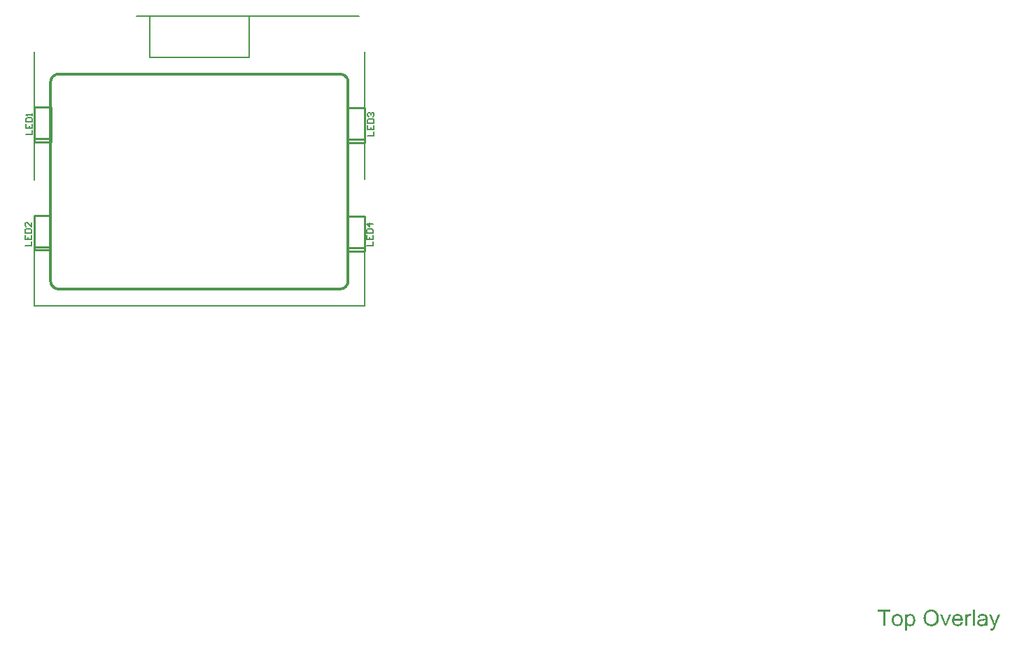
<source format=gto>
%FSLAX25Y25*%
%MOIN*%
G70*
G01*
G75*
%ADD10R,0.05906X0.05118*%
%ADD11R,0.03000X0.13386*%
%ADD12C,0.01200*%
%ADD13C,0.02500*%
%ADD14C,0.05000*%
%ADD15C,0.17716*%
%ADD16C,0.08661*%
%ADD17C,0.05906*%
%ADD18C,0.10000*%
%ADD19C,0.07874*%
%ADD20C,0.07000*%
%ADD21R,0.07000X0.07000*%
%ADD22C,0.07874*%
%ADD23R,0.05906X0.05906*%
%ADD24R,0.07000X0.07000*%
%ADD25C,0.04724*%
%ADD26C,0.06000*%
%ADD27C,0.03150*%
%ADD28C,0.03937*%
%ADD29R,0.03937X0.11811*%
%ADD30R,0.02756X0.03937*%
%ADD31R,0.03600X0.03600*%
%ADD32R,0.05000X0.03600*%
%ADD33R,0.02362X0.03543*%
%ADD34R,0.03543X0.02362*%
%ADD35R,0.03937X0.04331*%
%ADD36R,0.09843X0.07087*%
%ADD37R,0.07087X0.09843*%
%ADD38R,0.06299X0.13780*%
%ADD39R,0.13780X0.06299*%
%ADD40R,0.03937X0.02362*%
%ADD41O,0.08858X0.01575*%
%ADD42R,0.06890X0.04921*%
%ADD43O,0.02165X0.06890*%
%ADD44O,0.06890X0.02165*%
%ADD45R,0.07087X0.03937*%
%ADD46R,0.04331X0.03937*%
%ADD47R,0.07874X0.03150*%
%ADD48R,0.03600X0.05000*%
%ADD49R,0.03600X0.03600*%
%ADD50R,0.02559X0.04331*%
%ADD51R,0.05315X0.01575*%
%ADD52R,0.06299X0.08268*%
%ADD53R,0.07480X0.07480*%
%ADD54R,0.21654X0.08465*%
%ADD55R,0.05000X0.02500*%
%ADD56R,0.10000X0.10512*%
%ADD57C,0.02000*%
%ADD58C,0.10000*%
%ADD59R,0.46850X0.13386*%
%ADD60R,0.24410X0.18504*%
%ADD61R,0.34646X0.04724*%
%ADD62R,0.25591X0.18110*%
%ADD63R,0.20079X0.05512*%
%ADD64R,0.10236X0.26378*%
%ADD65R,0.27559X0.20472*%
%ADD66R,0.27165X0.35433*%
%ADD67R,0.08661X0.04331*%
%ADD68R,0.09449X0.02362*%
%ADD69R,0.05118X0.07087*%
%ADD70R,0.03937X0.05118*%
%ADD71R,0.03937X0.03150*%
%ADD72R,0.07874X0.15748*%
%ADD73C,0.00965*%
%ADD74C,0.01000*%
%ADD75C,0.00500*%
%ADD76C,0.00700*%
G36*
X445961Y47734D02*
X446050Y47723D01*
X446161Y47701D01*
X446284Y47679D01*
X446428Y47645D01*
X446561Y47612D01*
X446717Y47556D01*
X446861Y47501D01*
X447017Y47423D01*
X447172Y47334D01*
X447328Y47234D01*
X447472Y47112D01*
X447606Y46979D01*
X447617Y46968D01*
X447639Y46945D01*
X447672Y46901D01*
X447717Y46834D01*
X447772Y46756D01*
X447828Y46668D01*
X447894Y46556D01*
X447961Y46423D01*
X448028Y46279D01*
X448095Y46123D01*
X448150Y45945D01*
X448206Y45757D01*
X448250Y45545D01*
X448283Y45323D01*
X448306Y45090D01*
X448317Y44834D01*
Y44823D01*
Y44779D01*
Y44701D01*
X448306Y44590D01*
X444139D01*
Y44579D01*
Y44546D01*
X444150Y44501D01*
Y44434D01*
X444162Y44357D01*
X444184Y44268D01*
X444217Y44068D01*
X444284Y43845D01*
X444373Y43601D01*
X444495Y43379D01*
X444650Y43179D01*
X444662D01*
X444673Y43157D01*
X444739Y43101D01*
X444839Y43023D01*
X444973Y42946D01*
X445150Y42857D01*
X445350Y42779D01*
X445573Y42723D01*
X445695Y42712D01*
X445828Y42701D01*
X445917D01*
X446017Y42712D01*
X446139Y42735D01*
X446273Y42768D01*
X446428Y42812D01*
X446572Y42879D01*
X446717Y42968D01*
X446728Y42979D01*
X446783Y43023D01*
X446850Y43090D01*
X446928Y43179D01*
X447017Y43301D01*
X447117Y43457D01*
X447217Y43635D01*
X447306Y43845D01*
X448283Y43723D01*
Y43712D01*
X448272Y43690D01*
X448261Y43646D01*
X448239Y43579D01*
X448206Y43512D01*
X448172Y43423D01*
X448083Y43235D01*
X447972Y43023D01*
X447817Y42801D01*
X447639Y42590D01*
X447417Y42390D01*
X447406D01*
X447383Y42368D01*
X447350Y42346D01*
X447306Y42312D01*
X447239Y42279D01*
X447172Y42246D01*
X447084Y42201D01*
X446983Y42157D01*
X446872Y42112D01*
X446761Y42068D01*
X446484Y42001D01*
X446173Y41946D01*
X445828Y41923D01*
X445706D01*
X445628Y41935D01*
X445528Y41946D01*
X445406Y41968D01*
X445273Y41990D01*
X445128Y42012D01*
X444817Y42101D01*
X444650Y42168D01*
X444495Y42235D01*
X444328Y42323D01*
X444173Y42423D01*
X444028Y42535D01*
X443884Y42668D01*
X443873Y42679D01*
X443851Y42701D01*
X443817Y42746D01*
X443773Y42812D01*
X443717Y42890D01*
X443662Y42979D01*
X443595Y43090D01*
X443528Y43212D01*
X443462Y43357D01*
X443395Y43512D01*
X443339Y43690D01*
X443284Y43879D01*
X443239Y44079D01*
X443206Y44301D01*
X443184Y44534D01*
X443173Y44779D01*
Y44790D01*
Y44845D01*
Y44912D01*
X443184Y45012D01*
X443195Y45134D01*
X443206Y45268D01*
X443228Y45423D01*
X443262Y45579D01*
X443351Y45934D01*
X443406Y46112D01*
X443473Y46301D01*
X443562Y46479D01*
X443662Y46645D01*
X443773Y46812D01*
X443895Y46968D01*
X443906Y46979D01*
X443928Y47001D01*
X443973Y47034D01*
X444028Y47090D01*
X444095Y47145D01*
X444184Y47212D01*
X444284Y47290D01*
X444406Y47356D01*
X444528Y47434D01*
X444673Y47501D01*
X444828Y47567D01*
X444995Y47623D01*
X445173Y47679D01*
X445361Y47712D01*
X445561Y47734D01*
X445773Y47745D01*
X445884D01*
X445961Y47734D01*
D02*
G37*
G36*
X417264D02*
X417364Y47723D01*
X417475Y47701D01*
X417598Y47679D01*
X417742Y47656D01*
X418042Y47556D01*
X418197Y47501D01*
X418353Y47423D01*
X418509Y47345D01*
X418664Y47234D01*
X418809Y47123D01*
X418953Y46990D01*
X418964Y46979D01*
X418986Y46956D01*
X419020Y46912D01*
X419064Y46856D01*
X419120Y46779D01*
X419186Y46679D01*
X419253Y46567D01*
X419320Y46445D01*
X419386Y46312D01*
X419453Y46145D01*
X419520Y45979D01*
X419575Y45790D01*
X419620Y45590D01*
X419653Y45379D01*
X419675Y45156D01*
X419686Y44912D01*
Y44901D01*
Y44868D01*
Y44812D01*
Y44734D01*
X419675Y44646D01*
X419664Y44534D01*
Y44423D01*
X419642Y44301D01*
X419608Y44023D01*
X419542Y43746D01*
X419464Y43468D01*
X419353Y43212D01*
Y43201D01*
X419342Y43190D01*
X419320Y43157D01*
X419297Y43112D01*
X419220Y43001D01*
X419120Y42868D01*
X418986Y42712D01*
X418820Y42557D01*
X418631Y42401D01*
X418409Y42257D01*
X418398D01*
X418386Y42246D01*
X418353Y42224D01*
X418297Y42201D01*
X418242Y42179D01*
X418175Y42157D01*
X418009Y42090D01*
X417820Y42035D01*
X417586Y41979D01*
X417342Y41935D01*
X417075Y41923D01*
X416964D01*
X416875Y41935D01*
X416775Y41946D01*
X416664Y41968D01*
X416531Y41990D01*
X416398Y42012D01*
X416098Y42101D01*
X415931Y42168D01*
X415775Y42235D01*
X415620Y42323D01*
X415464Y42423D01*
X415320Y42535D01*
X415176Y42668D01*
X415165Y42679D01*
X415142Y42701D01*
X415109Y42746D01*
X415064Y42812D01*
X415009Y42890D01*
X414953Y42979D01*
X414887Y43090D01*
X414820Y43223D01*
X414753Y43368D01*
X414687Y43534D01*
X414631Y43712D01*
X414576Y43901D01*
X414531Y44112D01*
X414498Y44334D01*
X414476Y44579D01*
X414465Y44834D01*
Y44857D01*
Y44901D01*
X414476Y44979D01*
Y45090D01*
X414487Y45212D01*
X414509Y45368D01*
X414531Y45523D01*
X414576Y45701D01*
X414620Y45879D01*
X414676Y46068D01*
X414742Y46268D01*
X414831Y46456D01*
X414920Y46634D01*
X415042Y46812D01*
X415165Y46979D01*
X415320Y47123D01*
X415331Y47134D01*
X415353Y47145D01*
X415398Y47179D01*
X415453Y47223D01*
X415520Y47267D01*
X415609Y47323D01*
X415698Y47379D01*
X415809Y47434D01*
X415931Y47490D01*
X416064Y47545D01*
X416364Y47645D01*
X416709Y47723D01*
X416887Y47734D01*
X417075Y47745D01*
X417186D01*
X417264Y47734D01*
D02*
G37*
G36*
X413887Y48823D02*
X411354D01*
Y42046D01*
X410332D01*
Y48823D01*
X407798D01*
Y49734D01*
X413887D01*
Y48823D01*
D02*
G37*
G36*
X458038Y47734D02*
X458205Y47723D01*
X458393Y47701D01*
X458582Y47667D01*
X458771Y47623D01*
X458949Y47567D01*
X458971Y47556D01*
X459027Y47534D01*
X459104Y47501D01*
X459204Y47456D01*
X459316Y47390D01*
X459427Y47323D01*
X459527Y47234D01*
X459616Y47145D01*
X459627Y47134D01*
X459649Y47101D01*
X459682Y47045D01*
X459727Y46979D01*
X459782Y46879D01*
X459827Y46779D01*
X459871Y46656D01*
X459904Y46512D01*
Y46501D01*
X459915Y46468D01*
X459927Y46401D01*
X459938Y46312D01*
Y46190D01*
X459949Y46045D01*
X459960Y45856D01*
Y45645D01*
Y44379D01*
Y44368D01*
Y44323D01*
Y44257D01*
Y44168D01*
Y44068D01*
Y43946D01*
X459971Y43679D01*
Y43401D01*
X459982Y43123D01*
X459993Y43001D01*
Y42890D01*
X460004Y42790D01*
X460015Y42712D01*
Y42701D01*
X460027Y42657D01*
X460038Y42590D01*
X460071Y42501D01*
X460093Y42401D01*
X460138Y42290D01*
X460193Y42168D01*
X460249Y42046D01*
X459260D01*
X459249Y42057D01*
X459238Y42101D01*
X459216Y42157D01*
X459182Y42246D01*
X459149Y42346D01*
X459127Y42468D01*
X459104Y42601D01*
X459082Y42746D01*
X459071D01*
X459060Y42723D01*
X458993Y42668D01*
X458893Y42590D01*
X458760Y42490D01*
X458594Y42390D01*
X458427Y42279D01*
X458249Y42179D01*
X458060Y42101D01*
X458038Y42090D01*
X457971Y42079D01*
X457871Y42046D01*
X457749Y42012D01*
X457594Y41979D01*
X457416Y41957D01*
X457216Y41935D01*
X457016Y41923D01*
X456927D01*
X456860Y41935D01*
X456782D01*
X456694Y41946D01*
X456494Y41979D01*
X456272Y42035D01*
X456027Y42112D01*
X455805Y42224D01*
X455605Y42368D01*
X455583Y42390D01*
X455527Y42446D01*
X455449Y42546D01*
X455361Y42679D01*
X455272Y42846D01*
X455194Y43034D01*
X455138Y43268D01*
X455127Y43379D01*
X455116Y43512D01*
Y43534D01*
Y43579D01*
X455127Y43657D01*
X455138Y43757D01*
X455161Y43879D01*
X455194Y44001D01*
X455238Y44134D01*
X455294Y44257D01*
X455305Y44268D01*
X455327Y44312D01*
X455372Y44379D01*
X455427Y44457D01*
X455494Y44546D01*
X455583Y44634D01*
X455672Y44723D01*
X455783Y44801D01*
X455794Y44812D01*
X455838Y44834D01*
X455894Y44879D01*
X455983Y44923D01*
X456083Y44968D01*
X456205Y45023D01*
X456327Y45068D01*
X456471Y45112D01*
X456483D01*
X456527Y45123D01*
X456594Y45145D01*
X456682Y45156D01*
X456794Y45179D01*
X456938Y45201D01*
X457105Y45234D01*
X457305Y45257D01*
X457316D01*
X457360Y45268D01*
X457416D01*
X457494Y45279D01*
X457582Y45290D01*
X457693Y45312D01*
X457816Y45323D01*
X457949Y45345D01*
X458216Y45401D01*
X458505Y45456D01*
X458760Y45523D01*
X458882Y45557D01*
X458993Y45590D01*
Y45601D01*
Y45623D01*
X459004Y45690D01*
Y45768D01*
Y45812D01*
Y45834D01*
Y45845D01*
Y45856D01*
Y45923D01*
X458993Y46034D01*
X458971Y46156D01*
X458938Y46290D01*
X458882Y46423D01*
X458816Y46545D01*
X458727Y46645D01*
X458716Y46656D01*
X458660Y46701D01*
X458571Y46745D01*
X458460Y46812D01*
X458305Y46867D01*
X458127Y46923D01*
X457905Y46956D01*
X457649Y46968D01*
X457538D01*
X457427Y46956D01*
X457271Y46934D01*
X457116Y46912D01*
X456949Y46867D01*
X456794Y46812D01*
X456660Y46734D01*
X456649Y46723D01*
X456605Y46690D01*
X456549Y46634D01*
X456483Y46545D01*
X456416Y46434D01*
X456338Y46290D01*
X456272Y46112D01*
X456205Y45912D01*
X455283Y46034D01*
Y46045D01*
X455294Y46056D01*
Y46090D01*
X455305Y46134D01*
X455338Y46234D01*
X455383Y46379D01*
X455438Y46523D01*
X455505Y46679D01*
X455594Y46834D01*
X455694Y46979D01*
X455705Y46990D01*
X455749Y47034D01*
X455816Y47101D01*
X455905Y47190D01*
X456027Y47278D01*
X456172Y47367D01*
X456338Y47467D01*
X456527Y47545D01*
X456538D01*
X456549Y47556D01*
X456582Y47567D01*
X456627Y47578D01*
X456738Y47612D01*
X456894Y47645D01*
X457071Y47679D01*
X457294Y47712D01*
X457527Y47734D01*
X457794Y47745D01*
X457916D01*
X458038Y47734D01*
D02*
G37*
G36*
X453972Y42046D02*
X453027D01*
Y49734D01*
X453972D01*
Y42046D01*
D02*
G37*
G36*
X451694Y47734D02*
X451816Y47712D01*
X451961Y47667D01*
X452116Y47612D01*
X452294Y47534D01*
X452483Y47434D01*
X452139Y46567D01*
X452127Y46579D01*
X452083Y46601D01*
X452016Y46634D01*
X451928Y46668D01*
X451827Y46701D01*
X451705Y46734D01*
X451583Y46756D01*
X451461Y46768D01*
X451405D01*
X451350Y46756D01*
X451272Y46745D01*
X451194Y46723D01*
X451094Y46690D01*
X450994Y46645D01*
X450905Y46579D01*
X450894Y46567D01*
X450861Y46545D01*
X450828Y46501D01*
X450772Y46445D01*
X450716Y46367D01*
X450661Y46279D01*
X450605Y46179D01*
X450561Y46056D01*
X450550Y46034D01*
X450539Y45968D01*
X450517Y45868D01*
X450483Y45734D01*
X450450Y45568D01*
X450428Y45379D01*
X450417Y45179D01*
X450405Y44956D01*
Y42046D01*
X449461D01*
Y47623D01*
X450316D01*
Y46779D01*
X450328Y46790D01*
X450372Y46867D01*
X450428Y46968D01*
X450517Y47090D01*
X450605Y47212D01*
X450705Y47345D01*
X450805Y47456D01*
X450905Y47545D01*
X450916Y47556D01*
X450950Y47578D01*
X451016Y47612D01*
X451083Y47645D01*
X451172Y47679D01*
X451283Y47712D01*
X451394Y47734D01*
X451516Y47745D01*
X451594D01*
X451694Y47734D01*
D02*
G37*
G36*
X423441D02*
X423519Y47723D01*
X423686Y47701D01*
X423886Y47656D01*
X424097Y47590D01*
X424308Y47490D01*
X424519Y47367D01*
X424530D01*
X424541Y47345D01*
X424608Y47301D01*
X424708Y47212D01*
X424830Y47101D01*
X424964Y46956D01*
X425097Y46779D01*
X425230Y46567D01*
X425341Y46334D01*
Y46323D01*
X425352Y46301D01*
X425363Y46268D01*
X425386Y46223D01*
X425408Y46156D01*
X425430Y46079D01*
X425486Y45901D01*
X425541Y45679D01*
X425586Y45434D01*
X425619Y45156D01*
X425630Y44868D01*
Y44857D01*
Y44834D01*
Y44790D01*
Y44723D01*
X425619Y44646D01*
Y44557D01*
X425597Y44357D01*
X425552Y44112D01*
X425497Y43857D01*
X425419Y43590D01*
X425319Y43323D01*
Y43312D01*
X425308Y43290D01*
X425286Y43257D01*
X425264Y43212D01*
X425186Y43090D01*
X425086Y42935D01*
X424964Y42768D01*
X424808Y42601D01*
X424630Y42435D01*
X424419Y42279D01*
X424408D01*
X424397Y42268D01*
X424364Y42246D01*
X424319Y42224D01*
X424208Y42168D01*
X424052Y42101D01*
X423864Y42035D01*
X423664Y41979D01*
X423430Y41935D01*
X423197Y41923D01*
X423119D01*
X423030Y41935D01*
X422919Y41946D01*
X422786Y41968D01*
X422642Y42001D01*
X422497Y42046D01*
X422353Y42112D01*
X422341Y42123D01*
X422286Y42146D01*
X422219Y42190D01*
X422130Y42257D01*
X422042Y42323D01*
X421931Y42412D01*
X421831Y42512D01*
X421742Y42623D01*
Y39913D01*
X420797D01*
Y47623D01*
X421653D01*
Y46890D01*
X421664Y46912D01*
X421708Y46956D01*
X421764Y47034D01*
X421853Y47123D01*
X421953Y47234D01*
X422064Y47334D01*
X422197Y47434D01*
X422330Y47523D01*
X422353Y47534D01*
X422397Y47556D01*
X422486Y47590D01*
X422597Y47634D01*
X422730Y47679D01*
X422886Y47712D01*
X423064Y47734D01*
X423264Y47745D01*
X423386D01*
X423441Y47734D01*
D02*
G37*
G36*
X433429Y49856D02*
X433529D01*
X433629Y49845D01*
X433763Y49823D01*
X433896Y49801D01*
X434185Y49745D01*
X434518Y49656D01*
X434840Y49523D01*
X435007Y49445D01*
X435174Y49356D01*
X435185Y49345D01*
X435207Y49334D01*
X435251Y49301D01*
X435318Y49267D01*
X435385Y49212D01*
X435473Y49145D01*
X435662Y48989D01*
X435862Y48790D01*
X436085Y48545D01*
X436296Y48256D01*
X436473Y47934D01*
Y47923D01*
X436496Y47890D01*
X436518Y47845D01*
X436540Y47778D01*
X436585Y47690D01*
X436618Y47590D01*
X436662Y47467D01*
X436707Y47334D01*
X436740Y47190D01*
X436785Y47034D01*
X436829Y46856D01*
X436862Y46679D01*
X436907Y46290D01*
X436929Y45868D01*
Y45856D01*
Y45812D01*
Y45757D01*
X436918Y45668D01*
Y45568D01*
X436907Y45445D01*
X436884Y45312D01*
X436873Y45168D01*
X436818Y44845D01*
X436729Y44490D01*
X436607Y44134D01*
X436540Y43957D01*
X436451Y43779D01*
Y43768D01*
X436429Y43734D01*
X436407Y43690D01*
X436362Y43623D01*
X436318Y43546D01*
X436262Y43468D01*
X436107Y43257D01*
X435918Y43034D01*
X435696Y42801D01*
X435429Y42579D01*
X435118Y42379D01*
X435107D01*
X435085Y42357D01*
X435029Y42335D01*
X434963Y42301D01*
X434885Y42268D01*
X434796Y42235D01*
X434685Y42190D01*
X434562Y42146D01*
X434429Y42101D01*
X434285Y42057D01*
X433963Y41990D01*
X433618Y41935D01*
X433252Y41912D01*
X433140D01*
X433074Y41923D01*
X432974D01*
X432863Y41946D01*
X432740Y41957D01*
X432596Y41979D01*
X432296Y42046D01*
X431974Y42135D01*
X431641Y42268D01*
X431474Y42346D01*
X431307Y42435D01*
X431296Y42446D01*
X431274Y42457D01*
X431229Y42490D01*
X431163Y42535D01*
X431096Y42579D01*
X431018Y42646D01*
X430830Y42812D01*
X430618Y43012D01*
X430396Y43257D01*
X430196Y43534D01*
X430007Y43857D01*
Y43868D01*
X429985Y43901D01*
X429963Y43946D01*
X429941Y44012D01*
X429907Y44101D01*
X429874Y44201D01*
X429830Y44312D01*
X429796Y44434D01*
X429752Y44579D01*
X429707Y44723D01*
X429641Y45057D01*
X429596Y45401D01*
X429574Y45779D01*
Y45790D01*
Y45801D01*
Y45868D01*
X429585Y45968D01*
Y46101D01*
X429607Y46256D01*
X429630Y46445D01*
X429663Y46656D01*
X429707Y46879D01*
X429752Y47112D01*
X429819Y47356D01*
X429907Y47601D01*
X430007Y47856D01*
X430119Y48101D01*
X430263Y48345D01*
X430418Y48567D01*
X430596Y48778D01*
X430607Y48790D01*
X430641Y48823D01*
X430707Y48878D01*
X430785Y48945D01*
X430885Y49034D01*
X431007Y49123D01*
X431152Y49223D01*
X431318Y49323D01*
X431496Y49423D01*
X431696Y49523D01*
X431918Y49612D01*
X432152Y49700D01*
X432407Y49767D01*
X432674Y49823D01*
X432952Y49856D01*
X433252Y49867D01*
X433352D01*
X433429Y49856D01*
D02*
G37*
G36*
X463860Y41957D02*
Y41946D01*
X463848Y41912D01*
X463826Y41868D01*
X463804Y41812D01*
X463771Y41735D01*
X463737Y41646D01*
X463660Y41457D01*
X463582Y41246D01*
X463493Y41035D01*
X463404Y40846D01*
X463360Y40768D01*
X463326Y40690D01*
X463315Y40668D01*
X463282Y40613D01*
X463226Y40535D01*
X463160Y40435D01*
X463071Y40324D01*
X462971Y40213D01*
X462871Y40102D01*
X462749Y40013D01*
X462738Y40001D01*
X462693Y39979D01*
X462626Y39946D01*
X462526Y39902D01*
X462415Y39857D01*
X462282Y39824D01*
X462138Y39801D01*
X461971Y39790D01*
X461927D01*
X461871Y39801D01*
X461793D01*
X461704Y39824D01*
X461604Y39846D01*
X461493Y39868D01*
X461371Y39913D01*
X461271Y40790D01*
X461282D01*
X461327Y40779D01*
X461382Y40768D01*
X461449Y40746D01*
X461626Y40712D01*
X461804Y40701D01*
X461860D01*
X461915Y40712D01*
X461982D01*
X462149Y40746D01*
X462226Y40779D01*
X462304Y40813D01*
X462315D01*
X462337Y40835D01*
X462371Y40857D01*
X462415Y40890D01*
X462515Y40979D01*
X462604Y41101D01*
Y41113D01*
X462626Y41135D01*
X462649Y41179D01*
X462671Y41246D01*
X462715Y41335D01*
X462760Y41468D01*
X462826Y41624D01*
X462893Y41812D01*
Y41824D01*
X462915Y41868D01*
X462937Y41946D01*
X462982Y42046D01*
X460871Y47623D01*
X461871D01*
X463037Y44390D01*
Y44379D01*
X463049Y44368D01*
X463060Y44334D01*
X463071Y44279D01*
X463093Y44223D01*
X463115Y44157D01*
X463171Y44001D01*
X463237Y43812D01*
X463304Y43590D01*
X463371Y43357D01*
X463437Y43101D01*
Y43112D01*
X463448Y43134D01*
X463460Y43168D01*
X463471Y43212D01*
X463482Y43268D01*
X463504Y43334D01*
X463549Y43501D01*
X463604Y43690D01*
X463682Y43912D01*
X463749Y44134D01*
X463837Y44368D01*
X465037Y47623D01*
X465982D01*
X463860Y41957D01*
D02*
G37*
G36*
X440529Y42046D02*
X439629D01*
X437529Y47623D01*
X438529D01*
X439729Y44279D01*
Y44268D01*
X439740Y44257D01*
X439751Y44223D01*
X439762Y44190D01*
X439795Y44079D01*
X439840Y43934D01*
X439895Y43768D01*
X439962Y43579D01*
X440018Y43368D01*
X440084Y43157D01*
X440095Y43179D01*
X440106Y43235D01*
X440140Y43323D01*
X440173Y43457D01*
X440229Y43601D01*
X440284Y43790D01*
X440362Y43990D01*
X440440Y44212D01*
X441673Y47623D01*
X442651D01*
X440529Y42046D01*
D02*
G37*
%LPC*%
G36*
X433252Y48989D02*
X433152D01*
X433074Y48978D01*
X432974Y48967D01*
X432874Y48945D01*
X432752Y48923D01*
X432618Y48901D01*
X432329Y48812D01*
X432174Y48745D01*
X432018Y48678D01*
X431852Y48590D01*
X431696Y48489D01*
X431541Y48378D01*
X431396Y48245D01*
X431385Y48234D01*
X431363Y48212D01*
X431329Y48167D01*
X431274Y48101D01*
X431218Y48023D01*
X431152Y47923D01*
X431085Y47801D01*
X431007Y47656D01*
X430941Y47501D01*
X430863Y47312D01*
X430796Y47112D01*
X430741Y46890D01*
X430685Y46645D01*
X430652Y46367D01*
X430630Y46079D01*
X430618Y45768D01*
Y45757D01*
Y45712D01*
Y45634D01*
X430630Y45534D01*
X430641Y45423D01*
X430663Y45290D01*
X430685Y45134D01*
X430707Y44979D01*
X430796Y44623D01*
X430863Y44445D01*
X430930Y44257D01*
X431018Y44079D01*
X431118Y43901D01*
X431229Y43734D01*
X431363Y43579D01*
X431374Y43568D01*
X431396Y43546D01*
X431441Y43501D01*
X431496Y43457D01*
X431574Y43390D01*
X431663Y43323D01*
X431763Y43257D01*
X431874Y43179D01*
X432007Y43101D01*
X432152Y43034D01*
X432307Y42968D01*
X432474Y42901D01*
X432652Y42857D01*
X432829Y42812D01*
X433029Y42790D01*
X433240Y42779D01*
X433296D01*
X433352Y42790D01*
X433429D01*
X433529Y42801D01*
X433640Y42823D01*
X433774Y42846D01*
X433907Y42879D01*
X434063Y42923D01*
X434207Y42979D01*
X434374Y43034D01*
X434529Y43112D01*
X434685Y43212D01*
X434840Y43312D01*
X434996Y43435D01*
X435140Y43579D01*
X435151Y43590D01*
X435174Y43612D01*
X435207Y43668D01*
X435262Y43734D01*
X435318Y43812D01*
X435374Y43912D01*
X435440Y44034D01*
X435518Y44168D01*
X435585Y44323D01*
X435651Y44501D01*
X435707Y44690D01*
X435774Y44890D01*
X435818Y45112D01*
X435851Y45357D01*
X435874Y45612D01*
X435885Y45879D01*
Y45890D01*
Y45923D01*
Y45968D01*
Y46034D01*
X435874Y46112D01*
Y46212D01*
X435862Y46312D01*
X435840Y46434D01*
X435807Y46690D01*
X435751Y46956D01*
X435674Y47245D01*
X435562Y47512D01*
Y47523D01*
X435551Y47545D01*
X435529Y47578D01*
X435507Y47623D01*
X435429Y47756D01*
X435329Y47912D01*
X435196Y48090D01*
X435029Y48267D01*
X434840Y48445D01*
X434629Y48601D01*
X434618D01*
X434607Y48623D01*
X434574Y48634D01*
X434518Y48667D01*
X434462Y48689D01*
X434396Y48723D01*
X434229Y48801D01*
X434029Y48867D01*
X433796Y48934D01*
X433529Y48978D01*
X433252Y48989D01*
D02*
G37*
G36*
X445784Y46968D02*
X445717D01*
X445673Y46956D01*
X445550Y46945D01*
X445406Y46912D01*
X445228Y46856D01*
X445039Y46779D01*
X444862Y46668D01*
X444684Y46523D01*
X444662Y46501D01*
X444617Y46445D01*
X444539Y46345D01*
X444461Y46212D01*
X444373Y46056D01*
X444295Y45856D01*
X444228Y45623D01*
X444195Y45368D01*
X447317D01*
Y45379D01*
Y45401D01*
X447306Y45434D01*
Y45479D01*
X447284Y45612D01*
X447250Y45757D01*
X447195Y45934D01*
X447139Y46101D01*
X447050Y46268D01*
X446950Y46412D01*
Y46423D01*
X446928Y46434D01*
X446872Y46501D01*
X446772Y46590D01*
X446639Y46690D01*
X446473Y46790D01*
X446273Y46879D01*
X446039Y46945D01*
X445917Y46956D01*
X445784Y46968D01*
D02*
G37*
G36*
X423175Y47001D02*
X423119D01*
X423075Y46990D01*
X422964Y46968D01*
X422819Y46934D01*
X422653Y46867D01*
X422475Y46768D01*
X422375Y46701D01*
X422286Y46623D01*
X422197Y46534D01*
X422108Y46434D01*
Y46423D01*
X422086Y46412D01*
X422064Y46379D01*
X422042Y46334D01*
X422008Y46268D01*
X421964Y46201D01*
X421919Y46112D01*
X421886Y46023D01*
X421842Y45912D01*
X421797Y45790D01*
X421764Y45656D01*
X421719Y45512D01*
X421697Y45345D01*
X421675Y45179D01*
X421653Y45001D01*
Y44801D01*
Y44790D01*
Y44757D01*
Y44701D01*
X421664Y44623D01*
Y44534D01*
X421675Y44434D01*
X421708Y44201D01*
X421764Y43934D01*
X421831Y43679D01*
X421942Y43423D01*
X422008Y43312D01*
X422086Y43212D01*
X422108Y43190D01*
X422164Y43134D01*
X422253Y43046D01*
X422375Y42957D01*
X422530Y42868D01*
X422708Y42779D01*
X422908Y42723D01*
X423019Y42712D01*
X423130Y42701D01*
X423197D01*
X423241Y42712D01*
X423352Y42735D01*
X423508Y42768D01*
X423675Y42834D01*
X423852Y42923D01*
X424030Y43057D01*
X424119Y43134D01*
X424208Y43223D01*
Y43235D01*
X424230Y43246D01*
X424253Y43279D01*
X424275Y43323D01*
X424319Y43379D01*
X424352Y43457D01*
X424397Y43534D01*
X424441Y43635D01*
X424475Y43734D01*
X424519Y43868D01*
X424564Y44001D01*
X424597Y44146D01*
X424619Y44312D01*
X424641Y44490D01*
X424663Y44679D01*
Y44879D01*
Y44890D01*
Y44923D01*
Y44979D01*
X424652Y45057D01*
Y45145D01*
X424641Y45245D01*
X424608Y45479D01*
X424552Y45734D01*
X424475Y45990D01*
X424364Y46245D01*
X424297Y46367D01*
X424219Y46468D01*
Y46479D01*
X424197Y46490D01*
X424141Y46556D01*
X424052Y46634D01*
X423930Y46734D01*
X423775Y46834D01*
X423597Y46923D01*
X423397Y46979D01*
X423286Y46990D01*
X423175Y47001D01*
D02*
G37*
G36*
X459004Y44845D02*
X458993D01*
X458982Y44834D01*
X458949Y44823D01*
X458905Y44812D01*
X458849Y44790D01*
X458782Y44768D01*
X458705Y44745D01*
X458616Y44723D01*
X458516Y44690D01*
X458393Y44668D01*
X458271Y44634D01*
X458127Y44601D01*
X457971Y44568D01*
X457816Y44534D01*
X457638Y44512D01*
X457449Y44479D01*
X457427D01*
X457360Y44468D01*
X457249Y44445D01*
X457127Y44423D01*
X456994Y44401D01*
X456860Y44368D01*
X456738Y44334D01*
X456627Y44290D01*
X456616D01*
X456582Y44268D01*
X456538Y44245D01*
X456494Y44212D01*
X456360Y44123D01*
X456249Y43990D01*
Y43979D01*
X456227Y43957D01*
X456216Y43912D01*
X456194Y43857D01*
X456172Y43790D01*
X456149Y43723D01*
X456138Y43635D01*
X456127Y43546D01*
Y43534D01*
Y43479D01*
X456138Y43412D01*
X456160Y43323D01*
X456194Y43223D01*
X456249Y43123D01*
X456316Y43012D01*
X456405Y42912D01*
X456416Y42901D01*
X456460Y42879D01*
X456527Y42834D01*
X456616Y42790D01*
X456738Y42746D01*
X456882Y42701D01*
X457049Y42679D01*
X457249Y42668D01*
X457338D01*
X457449Y42679D01*
X457571Y42701D01*
X457727Y42723D01*
X457882Y42768D01*
X458049Y42823D01*
X458216Y42901D01*
X458238Y42912D01*
X458282Y42946D01*
X458360Y43001D01*
X458449Y43079D01*
X458549Y43168D01*
X458660Y43279D01*
X458749Y43412D01*
X458838Y43557D01*
X458849Y43568D01*
X458860Y43612D01*
X458882Y43690D01*
X458916Y43790D01*
X458949Y43923D01*
X458971Y44079D01*
X458982Y44268D01*
X458993Y44490D01*
X459004Y44845D01*
D02*
G37*
G36*
X417075Y46968D02*
X417009D01*
X416953Y46956D01*
X416831Y46945D01*
X416664Y46901D01*
X416475Y46834D01*
X416276Y46745D01*
X416087Y46612D01*
X415987Y46523D01*
X415898Y46434D01*
Y46423D01*
X415875Y46412D01*
X415853Y46379D01*
X415820Y46334D01*
X415787Y46279D01*
X415753Y46212D01*
X415709Y46123D01*
X415664Y46034D01*
X415620Y45923D01*
X415576Y45812D01*
X415542Y45679D01*
X415509Y45534D01*
X415476Y45379D01*
X415453Y45212D01*
X415442Y45023D01*
X415431Y44834D01*
Y44823D01*
Y44790D01*
Y44734D01*
X415442Y44657D01*
Y44568D01*
X415453Y44468D01*
X415487Y44234D01*
X415542Y43968D01*
X415631Y43701D01*
X415742Y43446D01*
X415820Y43334D01*
X415898Y43223D01*
X415909D01*
X415920Y43201D01*
X415987Y43146D01*
X416087Y43057D01*
X416220Y42968D01*
X416387Y42868D01*
X416586Y42779D01*
X416820Y42723D01*
X416942Y42712D01*
X417075Y42701D01*
X417142D01*
X417198Y42712D01*
X417320Y42735D01*
X417486Y42768D01*
X417664Y42834D01*
X417864Y42923D01*
X418053Y43057D01*
X418153Y43146D01*
X418242Y43235D01*
X418253Y43246D01*
X418264Y43257D01*
X418286Y43290D01*
X418320Y43334D01*
X418353Y43390D01*
X418398Y43457D01*
X418442Y43546D01*
X418486Y43635D01*
X418531Y43746D01*
X418564Y43868D01*
X418609Y44001D01*
X418642Y44146D01*
X418675Y44312D01*
X418698Y44479D01*
X418720Y44668D01*
Y44868D01*
Y44879D01*
Y44912D01*
Y44968D01*
X418709Y45034D01*
Y45123D01*
X418698Y45223D01*
X418664Y45456D01*
X418609Y45701D01*
X418520Y45968D01*
X418398Y46212D01*
X418331Y46334D01*
X418242Y46434D01*
Y46445D01*
X418220Y46456D01*
X418153Y46523D01*
X418053Y46601D01*
X417920Y46701D01*
X417753Y46801D01*
X417553Y46890D01*
X417331Y46945D01*
X417209Y46956D01*
X417075Y46968D01*
D02*
G37*
%LPD*%
D12*
X13801Y206392D02*
G03*
X17738Y202455I3937J0D01*
G01*
X151667D02*
G03*
X155568Y206392I-18J3918D01*
G01*
X155568Y300973D02*
G03*
X151667Y304873I-3900J0D01*
G01*
X17738Y304873D02*
G03*
X13801Y300973I-18J-3918D01*
G01*
X155568Y206392D02*
Y300973D01*
X17738Y304873D02*
X151667D01*
X13801Y206392D02*
Y300973D01*
X17738Y202455D02*
X151667D01*
D73*
X155389Y220518D02*
X163263D01*
X155523Y272295D02*
X163397D01*
X5942Y221051D02*
X13816D01*
X6170Y272546D02*
X14044D01*
D74*
X163263Y220518D02*
Y237054D01*
X155389Y222093D02*
X163263D01*
X155389Y220518D02*
Y237054D01*
X163263D01*
X155523Y288831D02*
X163397D01*
X155523Y272295D02*
Y288831D01*
Y273870D02*
X163397D01*
Y272295D02*
Y288831D01*
X13816Y221051D02*
Y237586D01*
X5942Y222626D02*
X13816D01*
X5942Y221051D02*
Y237586D01*
X13816D01*
X6170Y289081D02*
X14044D01*
X6170Y272546D02*
Y289081D01*
Y274120D02*
X14044D01*
Y272546D02*
Y289081D01*
D75*
X163446Y254916D02*
X163468Y254938D01*
Y259827D01*
X5927Y254423D02*
Y315447D01*
Y194581D02*
Y237100D01*
X163468Y194581D02*
Y237460D01*
Y259827D02*
Y315447D01*
X108368Y332473D02*
X160652D01*
X54746D02*
X61045D01*
X108368D01*
X5927Y194581D02*
X163468D01*
X61045Y312773D02*
Y332473D01*
Y312773D02*
X108368D01*
Y332473D01*
D76*
X2119Y275984D02*
X5118D01*
Y277984D01*
X2119Y280983D02*
Y278983D01*
X5118D01*
Y280983D01*
X3619Y278983D02*
Y279983D01*
X2119Y281982D02*
X5118D01*
Y283482D01*
X4618Y283982D01*
X2619D01*
X2119Y283482D01*
Y281982D01*
X5118Y284981D02*
Y285981D01*
Y285481D01*
X2119D01*
X2619Y284981D01*
X1725Y223228D02*
X4724D01*
Y225228D01*
X1725Y228227D02*
Y226227D01*
X4724D01*
Y228227D01*
X3225Y226227D02*
Y227227D01*
X1725Y229226D02*
X4724D01*
Y230726D01*
X4225Y231226D01*
X2225D01*
X1725Y230726D01*
Y229226D01*
X4724Y234225D02*
Y232225D01*
X2725Y234225D01*
X2225D01*
X1725Y233725D01*
Y232725D01*
X2225Y232225D01*
X164762Y275590D02*
X167761D01*
Y277590D01*
X164762Y280589D02*
Y278590D01*
X167761D01*
Y280589D01*
X166261Y278590D02*
Y279589D01*
X164762Y281589D02*
X167761D01*
Y283088D01*
X167261Y283588D01*
X165261D01*
X164762Y283088D01*
Y281589D01*
X165261Y284588D02*
X164762Y285087D01*
Y286087D01*
X165261Y286587D01*
X165761D01*
X166261Y286087D01*
Y285587D01*
Y286087D01*
X166761Y286587D01*
X167261D01*
X167761Y286087D01*
Y285087D01*
X167261Y284588D01*
X164380Y223060D02*
X167379D01*
Y225059D01*
X164380Y228058D02*
Y226059D01*
X167379D01*
Y228058D01*
X165880Y226059D02*
Y227058D01*
X164380Y229058D02*
X167379D01*
Y230557D01*
X166879Y231057D01*
X164880D01*
X164380Y230557D01*
Y229058D01*
X167379Y233556D02*
X164380D01*
X165880Y232057D01*
Y234056D01*
M02*

</source>
